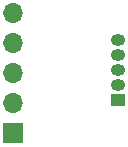
<source format=gbr>
G04 #@! TF.GenerationSoftware,KiCad,Pcbnew,5.1.5+dfsg1-2build2*
G04 #@! TF.CreationDate,2020-11-19T12:47:17+00:00*
G04 #@! TF.ProjectId,EncoderBoard_IG,456e636f-6465-4724-926f-6172645f4947,rev?*
G04 #@! TF.SameCoordinates,Original*
G04 #@! TF.FileFunction,Copper,L1,Top*
G04 #@! TF.FilePolarity,Positive*
%FSLAX46Y46*%
G04 Gerber Fmt 4.6, Leading zero omitted, Abs format (unit mm)*
G04 Created by KiCad (PCBNEW 5.1.5+dfsg1-2build2) date 2020-11-19 12:47:17*
%MOMM*%
%LPD*%
G04 APERTURE LIST*
%ADD10R,1.700000X1.700000*%
%ADD11O,1.700000X1.700000*%
%ADD12R,1.200000X1.000000*%
%ADD13O,1.200000X1.000000*%
%ADD14C,0.500000*%
G04 APERTURE END LIST*
D10*
X143637000Y-92773500D03*
D11*
X143637000Y-90233500D03*
X143637000Y-87693500D03*
X143637000Y-85153500D03*
X143637000Y-82613500D03*
D12*
X152527000Y-89979500D03*
D13*
X152527000Y-88709500D03*
X152527000Y-87439500D03*
X152527000Y-86169500D03*
X152527000Y-84899500D03*
D14*
X143660500Y-85367500D02*
X143510000Y-85217000D01*
M02*

</source>
